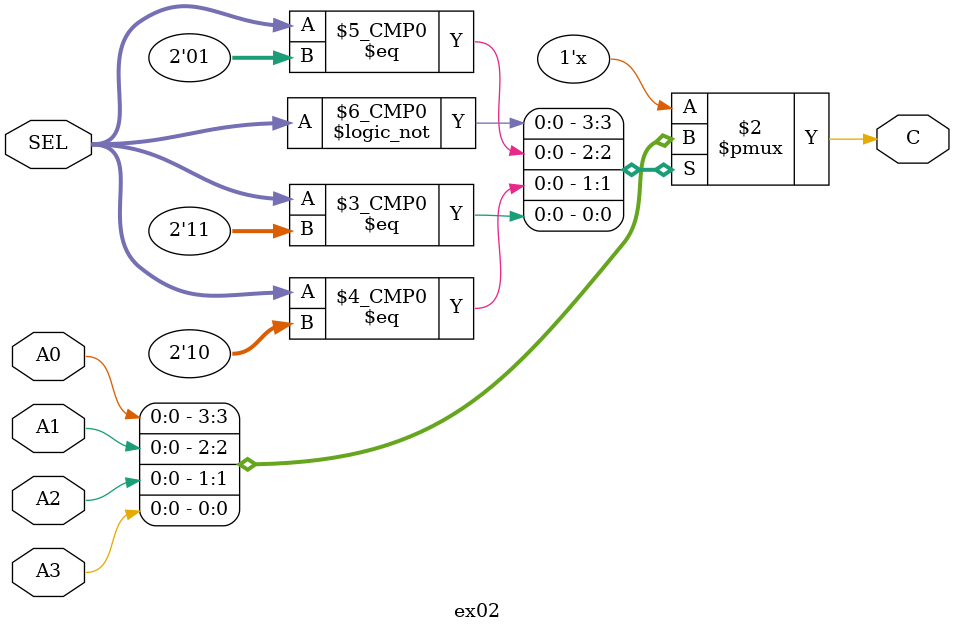
<source format=sv>
module ex02(input[1:0] SEL, input A0, A1, A2, A3, output logic C);

always_comb begin

	case(SEL)
		2'd0: C <= A0;
		2'd1: C <= A1;
		2'd2: C <= A2;
		2'd3: C <= A3;
	endcase
	
end

endmodule 
</source>
